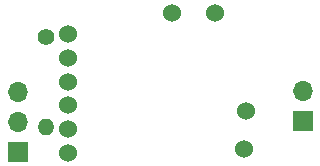
<source format=gbr>
G04 #@! TF.GenerationSoftware,KiCad,Pcbnew,(5.0.0-3-g5ebb6b6)*
G04 #@! TF.CreationDate,2018-09-07T23:46:28-06:00*
G04 #@! TF.ProjectId,Hak5-unify,48616B352D756E6966792E6B69636164,rev?*
G04 #@! TF.SameCoordinates,Original*
G04 #@! TF.FileFunction,Copper,L2,Bot,Signal*
G04 #@! TF.FilePolarity,Positive*
%FSLAX46Y46*%
G04 Gerber Fmt 4.6, Leading zero omitted, Abs format (unit mm)*
G04 Created by KiCad (PCBNEW (5.0.0-3-g5ebb6b6)) date Friday, September 07, 2018 at 11:46:28 PM*
%MOMM*%
%LPD*%
G01*
G04 APERTURE LIST*
G04 #@! TA.AperFunction,ComponentPad*
%ADD10C,1.524000*%
G04 #@! TD*
G04 #@! TA.AperFunction,ComponentPad*
%ADD11O,1.700000X1.700000*%
G04 #@! TD*
G04 #@! TA.AperFunction,ComponentPad*
%ADD12R,1.700000X1.700000*%
G04 #@! TD*
G04 #@! TA.AperFunction,ComponentPad*
%ADD13C,1.400000*%
G04 #@! TD*
G04 #@! TA.AperFunction,ComponentPad*
%ADD14O,1.400000X1.400000*%
G04 #@! TD*
G04 APERTURE END LIST*
D10*
G04 #@! TO.P,U1,9*
G04 #@! TO.N,Net-(U1-Pad9)*
X118300000Y-84450000D03*
G04 #@! TO.P,U1,10*
G04 #@! TO.N,Net-(U1-Pad10)*
X114700000Y-84450000D03*
G04 #@! TO.P,U1,8*
G04 #@! TO.N,Net-(U1-Pad8)*
X120900000Y-92750000D03*
G04 #@! TO.P,U1,7*
G04 #@! TO.N,Net-(U1-Pad7)*
X120800000Y-95950000D03*
G04 #@! TO.P,U1,6*
G04 #@! TO.N,+5V*
X105850000Y-96250000D03*
G04 #@! TO.P,U1,5*
G04 #@! TO.N,GND*
X105850000Y-94250000D03*
G04 #@! TO.P,U1,4*
G04 #@! TO.N,Net-(U1-Pad4)*
X105850000Y-92250000D03*
G04 #@! TO.P,U1,3*
G04 #@! TO.N,Net-(U1-Pad3)*
X105850000Y-90250000D03*
G04 #@! TO.P,U1,2*
G04 #@! TO.N,Net-(J2-Pad3)*
X105850000Y-88250000D03*
G04 #@! TO.P,U1,1*
G04 #@! TO.N,TX*
X105850000Y-86250000D03*
G04 #@! TD*
D11*
G04 #@! TO.P,J2,3*
G04 #@! TO.N,Net-(J2-Pad3)*
X101600000Y-91120000D03*
G04 #@! TO.P,J2,2*
G04 #@! TO.N,GND*
X101600000Y-93660000D03*
D12*
G04 #@! TO.P,J2,1*
G04 #@! TO.N,+5V*
X101600000Y-96200000D03*
G04 #@! TD*
D13*
G04 #@! TO.P,R1,1*
G04 #@! TO.N,TX*
X104000000Y-86500000D03*
D14*
G04 #@! TO.P,R1,2*
G04 #@! TO.N,GND*
X104000000Y-94120000D03*
G04 #@! TD*
D12*
G04 #@! TO.P,J1,1*
G04 #@! TO.N,TX*
X125740000Y-93600000D03*
D11*
G04 #@! TO.P,J1,2*
G04 #@! TO.N,Net-(J1-Pad2)*
X125740000Y-91060000D03*
G04 #@! TD*
M02*

</source>
